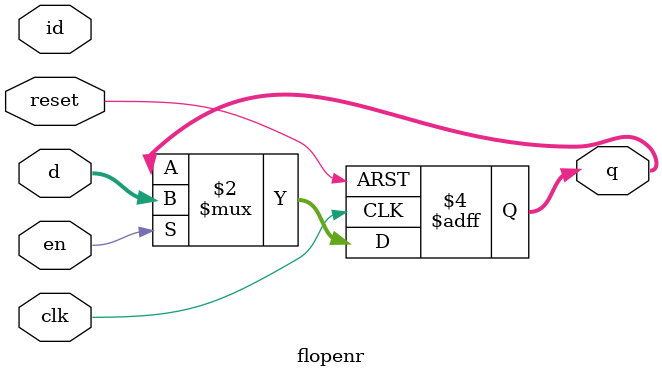
<source format=v>
module flopenr #(parameter WIDTH = 8) (

    input wire[2:0] id,

    // clock and reset
    input wire clk,
    input wire reset,

    input wire en,
    input wire [WIDTH-1:0] d,
    output reg [WIDTH-1:0] q
);

    always @(posedge clk, posedge reset)
    begin
        if (reset)
        begin
            $display("[flopenr %d] reset", id);
            q <= 0;
        end
        else if (en)
        begin
            $display("[flopenr %d] set 0x%h", id, d);
            q <= d;
        end
    end

endmodule
</source>
